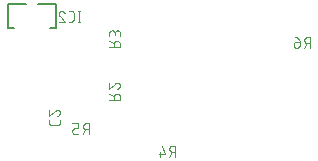
<source format=gbr>
G04 EAGLE Gerber X2 export*
%TF.Part,Single*%
%TF.FileFunction,Legend,Bot,1*%
%TF.FilePolarity,Positive*%
%TF.GenerationSoftware,Autodesk,EAGLE,8.6.1*%
%TF.CreationDate,2018-02-17T14:01:13Z*%
G75*
%MOMM*%
%FSLAX34Y34*%
%LPD*%
%AMOC8*
5,1,8,0,0,1.08239X$1,22.5*%
G01*
%ADD10C,0.076200*%
%ADD11C,0.127000*%


D10*
X65231Y83502D02*
X65231Y81449D01*
X65233Y81359D01*
X65239Y81270D01*
X65249Y81181D01*
X65262Y81093D01*
X65280Y81005D01*
X65301Y80918D01*
X65326Y80832D01*
X65355Y80747D01*
X65387Y80663D01*
X65423Y80581D01*
X65463Y80501D01*
X65506Y80423D01*
X65553Y80346D01*
X65602Y80271D01*
X65655Y80199D01*
X65711Y80129D01*
X65770Y80062D01*
X65832Y79997D01*
X65897Y79935D01*
X65964Y79876D01*
X66034Y79820D01*
X66106Y79767D01*
X66181Y79718D01*
X66258Y79671D01*
X66336Y79628D01*
X66416Y79588D01*
X66498Y79552D01*
X66582Y79520D01*
X66667Y79491D01*
X66753Y79466D01*
X66840Y79445D01*
X66928Y79427D01*
X67016Y79414D01*
X67105Y79404D01*
X67194Y79398D01*
X67284Y79396D01*
X72416Y79396D01*
X72506Y79398D01*
X72595Y79404D01*
X72684Y79414D01*
X72772Y79427D01*
X72860Y79445D01*
X72947Y79466D01*
X73033Y79491D01*
X73118Y79520D01*
X73202Y79552D01*
X73284Y79588D01*
X73364Y79628D01*
X73442Y79671D01*
X73519Y79718D01*
X73594Y79767D01*
X73666Y79820D01*
X73736Y79876D01*
X73803Y79935D01*
X73868Y79997D01*
X73930Y80062D01*
X73989Y80129D01*
X74045Y80199D01*
X74098Y80271D01*
X74147Y80346D01*
X74194Y80422D01*
X74237Y80501D01*
X74277Y80581D01*
X74313Y80663D01*
X74345Y80747D01*
X74374Y80832D01*
X74399Y80918D01*
X74420Y81005D01*
X74438Y81092D01*
X74451Y81181D01*
X74461Y81270D01*
X74467Y81359D01*
X74469Y81449D01*
X74469Y83502D01*
X74469Y89744D02*
X74467Y89839D01*
X74461Y89935D01*
X74451Y90030D01*
X74437Y90124D01*
X74420Y90218D01*
X74398Y90311D01*
X74373Y90403D01*
X74344Y90494D01*
X74311Y90584D01*
X74274Y90672D01*
X74234Y90759D01*
X74191Y90843D01*
X74143Y90926D01*
X74093Y91007D01*
X74039Y91086D01*
X73982Y91163D01*
X73922Y91237D01*
X73859Y91309D01*
X73792Y91377D01*
X73724Y91444D01*
X73652Y91507D01*
X73578Y91567D01*
X73501Y91624D01*
X73422Y91678D01*
X73341Y91728D01*
X73258Y91776D01*
X73174Y91819D01*
X73087Y91859D01*
X72999Y91896D01*
X72909Y91929D01*
X72818Y91958D01*
X72726Y91983D01*
X72633Y92005D01*
X72539Y92022D01*
X72445Y92036D01*
X72350Y92046D01*
X72254Y92052D01*
X72159Y92054D01*
X74469Y89744D02*
X74467Y89637D01*
X74461Y89531D01*
X74452Y89425D01*
X74438Y89319D01*
X74421Y89214D01*
X74400Y89109D01*
X74376Y89006D01*
X74347Y88903D01*
X74315Y88801D01*
X74280Y88701D01*
X74240Y88602D01*
X74197Y88504D01*
X74151Y88408D01*
X74101Y88314D01*
X74048Y88221D01*
X73992Y88131D01*
X73932Y88042D01*
X73870Y87956D01*
X73804Y87872D01*
X73735Y87791D01*
X73664Y87712D01*
X73589Y87635D01*
X73512Y87562D01*
X73432Y87491D01*
X73350Y87423D01*
X73266Y87358D01*
X73179Y87296D01*
X73090Y87238D01*
X72999Y87182D01*
X72906Y87130D01*
X72811Y87081D01*
X72714Y87036D01*
X72616Y86994D01*
X72517Y86956D01*
X72416Y86921D01*
X70362Y91284D02*
X70430Y91352D01*
X70500Y91417D01*
X70572Y91480D01*
X70647Y91540D01*
X70724Y91597D01*
X70803Y91650D01*
X70884Y91701D01*
X70967Y91749D01*
X71051Y91793D01*
X71138Y91834D01*
X71226Y91872D01*
X71315Y91906D01*
X71406Y91937D01*
X71497Y91964D01*
X71590Y91988D01*
X71684Y92008D01*
X71778Y92025D01*
X71873Y92037D01*
X71968Y92047D01*
X72063Y92052D01*
X72159Y92054D01*
X70363Y91284D02*
X65231Y86922D01*
X65231Y92054D01*
X172138Y61769D02*
X172138Y52531D01*
X172138Y61769D02*
X169572Y61769D01*
X169473Y61767D01*
X169373Y61761D01*
X169274Y61752D01*
X169176Y61738D01*
X169078Y61721D01*
X168980Y61700D01*
X168884Y61675D01*
X168789Y61646D01*
X168694Y61614D01*
X168602Y61578D01*
X168510Y61539D01*
X168420Y61496D01*
X168332Y61450D01*
X168246Y61400D01*
X168162Y61347D01*
X168080Y61291D01*
X168000Y61231D01*
X167923Y61169D01*
X167848Y61103D01*
X167775Y61035D01*
X167706Y60964D01*
X167639Y60890D01*
X167575Y60814D01*
X167514Y60735D01*
X167456Y60654D01*
X167401Y60571D01*
X167350Y60486D01*
X167302Y60399D01*
X167257Y60310D01*
X167216Y60219D01*
X167178Y60127D01*
X167144Y60034D01*
X167114Y59939D01*
X167087Y59843D01*
X167064Y59746D01*
X167045Y59649D01*
X167030Y59550D01*
X167018Y59451D01*
X167010Y59352D01*
X167006Y59253D01*
X167006Y59153D01*
X167010Y59054D01*
X167018Y58955D01*
X167030Y58856D01*
X167045Y58757D01*
X167064Y58660D01*
X167087Y58563D01*
X167114Y58467D01*
X167144Y58372D01*
X167178Y58279D01*
X167216Y58187D01*
X167257Y58096D01*
X167302Y58007D01*
X167350Y57920D01*
X167401Y57835D01*
X167456Y57752D01*
X167514Y57671D01*
X167575Y57592D01*
X167639Y57516D01*
X167706Y57442D01*
X167775Y57371D01*
X167848Y57303D01*
X167923Y57237D01*
X168000Y57175D01*
X168080Y57115D01*
X168162Y57059D01*
X168246Y57006D01*
X168332Y56956D01*
X168420Y56910D01*
X168510Y56867D01*
X168602Y56828D01*
X168694Y56792D01*
X168789Y56760D01*
X168884Y56731D01*
X168980Y56706D01*
X169078Y56685D01*
X169176Y56668D01*
X169274Y56654D01*
X169373Y56645D01*
X169473Y56639D01*
X169572Y56637D01*
X172138Y56637D01*
X169058Y56637D02*
X167006Y52531D01*
X163194Y54584D02*
X161142Y61769D01*
X163194Y54584D02*
X158062Y54584D01*
X159602Y56637D02*
X159602Y52531D01*
X99113Y71581D02*
X99113Y80819D01*
X96547Y80819D01*
X96448Y80817D01*
X96348Y80811D01*
X96249Y80802D01*
X96151Y80788D01*
X96053Y80771D01*
X95955Y80750D01*
X95859Y80725D01*
X95764Y80696D01*
X95669Y80664D01*
X95577Y80628D01*
X95485Y80589D01*
X95395Y80546D01*
X95307Y80500D01*
X95221Y80450D01*
X95137Y80397D01*
X95055Y80341D01*
X94975Y80281D01*
X94898Y80219D01*
X94823Y80153D01*
X94750Y80085D01*
X94681Y80014D01*
X94614Y79940D01*
X94550Y79864D01*
X94489Y79785D01*
X94431Y79704D01*
X94376Y79621D01*
X94325Y79536D01*
X94277Y79449D01*
X94232Y79360D01*
X94191Y79269D01*
X94153Y79177D01*
X94119Y79084D01*
X94089Y78989D01*
X94062Y78893D01*
X94039Y78796D01*
X94020Y78699D01*
X94005Y78600D01*
X93993Y78501D01*
X93985Y78402D01*
X93981Y78303D01*
X93981Y78203D01*
X93985Y78104D01*
X93993Y78005D01*
X94005Y77906D01*
X94020Y77807D01*
X94039Y77710D01*
X94062Y77613D01*
X94089Y77517D01*
X94119Y77422D01*
X94153Y77329D01*
X94191Y77237D01*
X94232Y77146D01*
X94277Y77057D01*
X94325Y76970D01*
X94376Y76885D01*
X94431Y76802D01*
X94489Y76721D01*
X94550Y76642D01*
X94614Y76566D01*
X94681Y76492D01*
X94750Y76421D01*
X94823Y76353D01*
X94898Y76287D01*
X94975Y76225D01*
X95055Y76165D01*
X95137Y76109D01*
X95221Y76056D01*
X95307Y76006D01*
X95395Y75960D01*
X95485Y75917D01*
X95577Y75878D01*
X95669Y75842D01*
X95764Y75810D01*
X95859Y75781D01*
X95955Y75756D01*
X96053Y75735D01*
X96151Y75718D01*
X96249Y75704D01*
X96348Y75695D01*
X96448Y75689D01*
X96547Y75687D01*
X99113Y75687D01*
X96033Y75687D02*
X93981Y71581D01*
X90169Y71581D02*
X87090Y71581D01*
X87000Y71583D01*
X86911Y71589D01*
X86822Y71599D01*
X86734Y71612D01*
X86646Y71630D01*
X86559Y71651D01*
X86473Y71676D01*
X86388Y71705D01*
X86304Y71737D01*
X86222Y71773D01*
X86142Y71813D01*
X86064Y71856D01*
X85987Y71903D01*
X85912Y71952D01*
X85840Y72005D01*
X85770Y72061D01*
X85703Y72120D01*
X85638Y72182D01*
X85576Y72247D01*
X85517Y72314D01*
X85461Y72384D01*
X85408Y72456D01*
X85359Y72531D01*
X85312Y72607D01*
X85269Y72686D01*
X85229Y72766D01*
X85193Y72848D01*
X85161Y72932D01*
X85132Y73017D01*
X85107Y73103D01*
X85086Y73190D01*
X85068Y73277D01*
X85055Y73366D01*
X85045Y73455D01*
X85039Y73544D01*
X85037Y73634D01*
X85037Y74660D01*
X85039Y74750D01*
X85045Y74839D01*
X85055Y74928D01*
X85068Y75017D01*
X85086Y75104D01*
X85107Y75191D01*
X85132Y75277D01*
X85161Y75362D01*
X85193Y75446D01*
X85229Y75528D01*
X85269Y75608D01*
X85312Y75687D01*
X85359Y75763D01*
X85408Y75838D01*
X85461Y75910D01*
X85517Y75980D01*
X85576Y76047D01*
X85638Y76112D01*
X85703Y76174D01*
X85770Y76233D01*
X85840Y76289D01*
X85912Y76342D01*
X85987Y76391D01*
X86064Y76438D01*
X86142Y76481D01*
X86222Y76521D01*
X86304Y76557D01*
X86388Y76589D01*
X86473Y76618D01*
X86559Y76643D01*
X86646Y76664D01*
X86734Y76682D01*
X86822Y76695D01*
X86911Y76705D01*
X87000Y76711D01*
X87090Y76713D01*
X90169Y76713D01*
X90169Y80819D01*
X85037Y80819D01*
X286438Y144606D02*
X286438Y153844D01*
X283872Y153844D01*
X283773Y153842D01*
X283673Y153836D01*
X283574Y153827D01*
X283476Y153813D01*
X283378Y153796D01*
X283280Y153775D01*
X283184Y153750D01*
X283089Y153721D01*
X282994Y153689D01*
X282902Y153653D01*
X282810Y153614D01*
X282720Y153571D01*
X282632Y153525D01*
X282546Y153475D01*
X282462Y153422D01*
X282380Y153366D01*
X282300Y153306D01*
X282223Y153244D01*
X282148Y153178D01*
X282075Y153110D01*
X282006Y153039D01*
X281939Y152965D01*
X281875Y152889D01*
X281814Y152810D01*
X281756Y152729D01*
X281701Y152646D01*
X281650Y152561D01*
X281602Y152474D01*
X281557Y152385D01*
X281516Y152294D01*
X281478Y152202D01*
X281444Y152109D01*
X281414Y152014D01*
X281387Y151918D01*
X281364Y151821D01*
X281345Y151724D01*
X281330Y151625D01*
X281318Y151526D01*
X281310Y151427D01*
X281306Y151328D01*
X281306Y151228D01*
X281310Y151129D01*
X281318Y151030D01*
X281330Y150931D01*
X281345Y150832D01*
X281364Y150735D01*
X281387Y150638D01*
X281414Y150542D01*
X281444Y150447D01*
X281478Y150354D01*
X281516Y150262D01*
X281557Y150171D01*
X281602Y150082D01*
X281650Y149995D01*
X281701Y149910D01*
X281756Y149827D01*
X281814Y149746D01*
X281875Y149667D01*
X281939Y149591D01*
X282006Y149517D01*
X282075Y149446D01*
X282148Y149378D01*
X282223Y149312D01*
X282300Y149250D01*
X282380Y149190D01*
X282462Y149134D01*
X282546Y149081D01*
X282632Y149031D01*
X282720Y148985D01*
X282810Y148942D01*
X282902Y148903D01*
X282994Y148867D01*
X283089Y148835D01*
X283184Y148806D01*
X283280Y148781D01*
X283378Y148760D01*
X283476Y148743D01*
X283574Y148729D01*
X283673Y148720D01*
X283773Y148714D01*
X283872Y148712D01*
X286438Y148712D01*
X283359Y148712D02*
X281306Y144606D01*
X277494Y149738D02*
X274415Y149738D01*
X274325Y149736D01*
X274236Y149730D01*
X274147Y149720D01*
X274059Y149707D01*
X273971Y149689D01*
X273884Y149668D01*
X273798Y149643D01*
X273713Y149614D01*
X273629Y149582D01*
X273547Y149546D01*
X273467Y149506D01*
X273389Y149463D01*
X273312Y149416D01*
X273237Y149367D01*
X273165Y149314D01*
X273095Y149258D01*
X273028Y149199D01*
X272963Y149137D01*
X272901Y149072D01*
X272842Y149005D01*
X272786Y148935D01*
X272733Y148863D01*
X272684Y148788D01*
X272637Y148712D01*
X272594Y148633D01*
X272554Y148553D01*
X272518Y148471D01*
X272486Y148387D01*
X272457Y148302D01*
X272432Y148216D01*
X272411Y148129D01*
X272393Y148042D01*
X272380Y147953D01*
X272370Y147864D01*
X272364Y147775D01*
X272362Y147685D01*
X272362Y147172D01*
X272364Y147073D01*
X272370Y146973D01*
X272379Y146874D01*
X272393Y146776D01*
X272410Y146678D01*
X272431Y146580D01*
X272456Y146484D01*
X272485Y146389D01*
X272517Y146294D01*
X272553Y146202D01*
X272592Y146110D01*
X272635Y146020D01*
X272681Y145932D01*
X272731Y145846D01*
X272784Y145762D01*
X272840Y145680D01*
X272900Y145600D01*
X272962Y145523D01*
X273028Y145448D01*
X273096Y145375D01*
X273167Y145306D01*
X273241Y145239D01*
X273317Y145175D01*
X273396Y145114D01*
X273477Y145056D01*
X273560Y145001D01*
X273645Y144950D01*
X273732Y144902D01*
X273821Y144857D01*
X273912Y144816D01*
X274004Y144778D01*
X274097Y144744D01*
X274192Y144714D01*
X274288Y144687D01*
X274385Y144664D01*
X274482Y144645D01*
X274581Y144630D01*
X274680Y144618D01*
X274779Y144610D01*
X274878Y144606D01*
X274978Y144606D01*
X275077Y144610D01*
X275176Y144618D01*
X275275Y144630D01*
X275374Y144645D01*
X275471Y144664D01*
X275568Y144687D01*
X275664Y144714D01*
X275759Y144744D01*
X275852Y144778D01*
X275944Y144816D01*
X276035Y144857D01*
X276124Y144902D01*
X276211Y144950D01*
X276296Y145001D01*
X276379Y145056D01*
X276460Y145114D01*
X276539Y145175D01*
X276615Y145239D01*
X276689Y145306D01*
X276760Y145375D01*
X276828Y145448D01*
X276894Y145523D01*
X276956Y145600D01*
X277016Y145680D01*
X277072Y145762D01*
X277125Y145846D01*
X277175Y145932D01*
X277221Y146020D01*
X277264Y146110D01*
X277303Y146202D01*
X277339Y146294D01*
X277371Y146389D01*
X277400Y146484D01*
X277425Y146580D01*
X277446Y146678D01*
X277463Y146776D01*
X277477Y146874D01*
X277486Y146973D01*
X277492Y147073D01*
X277494Y147172D01*
X277494Y149738D01*
X277495Y149738D02*
X277493Y149864D01*
X277487Y149991D01*
X277477Y150117D01*
X277464Y150243D01*
X277446Y150368D01*
X277425Y150492D01*
X277400Y150616D01*
X277371Y150740D01*
X277338Y150862D01*
X277302Y150983D01*
X277262Y151103D01*
X277218Y151221D01*
X277170Y151338D01*
X277119Y151454D01*
X277065Y151568D01*
X277006Y151681D01*
X276945Y151791D01*
X276880Y151900D01*
X276812Y152006D01*
X276740Y152110D01*
X276666Y152212D01*
X276588Y152312D01*
X276507Y152409D01*
X276423Y152504D01*
X276337Y152596D01*
X276247Y152686D01*
X276155Y152772D01*
X276060Y152856D01*
X275963Y152937D01*
X275863Y153015D01*
X275761Y153089D01*
X275657Y153161D01*
X275551Y153229D01*
X275442Y153294D01*
X275332Y153355D01*
X275219Y153414D01*
X275105Y153468D01*
X274989Y153519D01*
X274872Y153567D01*
X274754Y153611D01*
X274634Y153651D01*
X274513Y153687D01*
X274391Y153720D01*
X274267Y153749D01*
X274143Y153774D01*
X274019Y153795D01*
X273894Y153813D01*
X273768Y153826D01*
X273642Y153836D01*
X273515Y153842D01*
X273389Y153844D01*
X125269Y100912D02*
X116031Y100912D01*
X125269Y100912D02*
X125269Y103478D01*
X125267Y103577D01*
X125261Y103677D01*
X125252Y103776D01*
X125238Y103874D01*
X125221Y103972D01*
X125200Y104070D01*
X125175Y104166D01*
X125146Y104261D01*
X125114Y104356D01*
X125078Y104448D01*
X125039Y104540D01*
X124996Y104630D01*
X124950Y104718D01*
X124900Y104804D01*
X124847Y104888D01*
X124791Y104970D01*
X124731Y105050D01*
X124669Y105127D01*
X124603Y105202D01*
X124535Y105275D01*
X124464Y105344D01*
X124390Y105411D01*
X124314Y105475D01*
X124235Y105536D01*
X124154Y105594D01*
X124071Y105649D01*
X123986Y105700D01*
X123899Y105748D01*
X123810Y105793D01*
X123719Y105834D01*
X123627Y105872D01*
X123534Y105906D01*
X123439Y105936D01*
X123343Y105963D01*
X123246Y105986D01*
X123149Y106005D01*
X123050Y106020D01*
X122951Y106032D01*
X122852Y106040D01*
X122753Y106044D01*
X122653Y106044D01*
X122554Y106040D01*
X122455Y106032D01*
X122356Y106020D01*
X122257Y106005D01*
X122160Y105986D01*
X122063Y105963D01*
X121967Y105936D01*
X121872Y105906D01*
X121779Y105872D01*
X121687Y105834D01*
X121596Y105793D01*
X121507Y105748D01*
X121420Y105700D01*
X121335Y105649D01*
X121252Y105594D01*
X121171Y105536D01*
X121092Y105475D01*
X121016Y105411D01*
X120942Y105344D01*
X120871Y105275D01*
X120803Y105202D01*
X120737Y105127D01*
X120675Y105050D01*
X120615Y104970D01*
X120559Y104888D01*
X120506Y104804D01*
X120456Y104718D01*
X120410Y104630D01*
X120367Y104540D01*
X120328Y104448D01*
X120292Y104356D01*
X120260Y104261D01*
X120231Y104166D01*
X120206Y104070D01*
X120185Y103972D01*
X120168Y103874D01*
X120154Y103776D01*
X120145Y103677D01*
X120139Y103577D01*
X120137Y103478D01*
X120137Y100912D01*
X120137Y103992D02*
X116031Y106044D01*
X122959Y114988D02*
X123054Y114986D01*
X123150Y114980D01*
X123245Y114970D01*
X123339Y114956D01*
X123433Y114939D01*
X123526Y114917D01*
X123618Y114892D01*
X123709Y114863D01*
X123799Y114830D01*
X123887Y114793D01*
X123974Y114753D01*
X124058Y114710D01*
X124141Y114662D01*
X124222Y114612D01*
X124301Y114558D01*
X124378Y114501D01*
X124452Y114441D01*
X124524Y114378D01*
X124592Y114311D01*
X124659Y114243D01*
X124722Y114171D01*
X124782Y114097D01*
X124839Y114020D01*
X124893Y113941D01*
X124943Y113860D01*
X124991Y113777D01*
X125034Y113693D01*
X125074Y113606D01*
X125111Y113518D01*
X125144Y113428D01*
X125173Y113337D01*
X125198Y113245D01*
X125220Y113152D01*
X125237Y113058D01*
X125251Y112964D01*
X125261Y112869D01*
X125267Y112773D01*
X125269Y112678D01*
X125267Y112571D01*
X125261Y112465D01*
X125252Y112359D01*
X125238Y112253D01*
X125221Y112148D01*
X125200Y112043D01*
X125176Y111940D01*
X125147Y111837D01*
X125115Y111735D01*
X125080Y111635D01*
X125040Y111536D01*
X124997Y111438D01*
X124951Y111342D01*
X124901Y111248D01*
X124848Y111155D01*
X124792Y111065D01*
X124732Y110976D01*
X124670Y110890D01*
X124604Y110806D01*
X124535Y110725D01*
X124464Y110646D01*
X124389Y110569D01*
X124312Y110496D01*
X124232Y110425D01*
X124150Y110357D01*
X124066Y110292D01*
X123979Y110230D01*
X123890Y110172D01*
X123799Y110116D01*
X123706Y110064D01*
X123611Y110015D01*
X123514Y109970D01*
X123416Y109928D01*
X123317Y109890D01*
X123216Y109855D01*
X121162Y114218D02*
X121230Y114286D01*
X121300Y114351D01*
X121372Y114414D01*
X121447Y114474D01*
X121524Y114531D01*
X121603Y114584D01*
X121684Y114635D01*
X121767Y114683D01*
X121851Y114727D01*
X121938Y114768D01*
X122026Y114806D01*
X122115Y114840D01*
X122206Y114871D01*
X122297Y114898D01*
X122390Y114922D01*
X122484Y114942D01*
X122578Y114959D01*
X122673Y114971D01*
X122768Y114981D01*
X122863Y114986D01*
X122959Y114988D01*
X121163Y114218D02*
X116031Y109856D01*
X116031Y114988D01*
X116031Y145362D02*
X125269Y145362D01*
X125269Y147928D01*
X125267Y148027D01*
X125261Y148127D01*
X125252Y148226D01*
X125238Y148324D01*
X125221Y148422D01*
X125200Y148520D01*
X125175Y148616D01*
X125146Y148711D01*
X125114Y148806D01*
X125078Y148898D01*
X125039Y148990D01*
X124996Y149080D01*
X124950Y149168D01*
X124900Y149254D01*
X124847Y149338D01*
X124791Y149420D01*
X124731Y149500D01*
X124669Y149577D01*
X124603Y149652D01*
X124535Y149725D01*
X124464Y149794D01*
X124390Y149861D01*
X124314Y149925D01*
X124235Y149986D01*
X124154Y150044D01*
X124071Y150099D01*
X123986Y150150D01*
X123899Y150198D01*
X123810Y150243D01*
X123719Y150284D01*
X123627Y150322D01*
X123534Y150356D01*
X123439Y150386D01*
X123343Y150413D01*
X123246Y150436D01*
X123149Y150455D01*
X123050Y150470D01*
X122951Y150482D01*
X122852Y150490D01*
X122753Y150494D01*
X122653Y150494D01*
X122554Y150490D01*
X122455Y150482D01*
X122356Y150470D01*
X122257Y150455D01*
X122160Y150436D01*
X122063Y150413D01*
X121967Y150386D01*
X121872Y150356D01*
X121779Y150322D01*
X121687Y150284D01*
X121596Y150243D01*
X121507Y150198D01*
X121420Y150150D01*
X121335Y150099D01*
X121252Y150044D01*
X121171Y149986D01*
X121092Y149925D01*
X121016Y149861D01*
X120942Y149794D01*
X120871Y149725D01*
X120803Y149652D01*
X120737Y149577D01*
X120675Y149500D01*
X120615Y149420D01*
X120559Y149338D01*
X120506Y149254D01*
X120456Y149168D01*
X120410Y149080D01*
X120367Y148990D01*
X120328Y148898D01*
X120292Y148806D01*
X120260Y148711D01*
X120231Y148616D01*
X120206Y148520D01*
X120185Y148422D01*
X120168Y148324D01*
X120154Y148226D01*
X120145Y148127D01*
X120139Y148027D01*
X120137Y147928D01*
X120137Y145362D01*
X120137Y148442D02*
X116031Y150494D01*
X116031Y154306D02*
X116031Y156872D01*
X116033Y156971D01*
X116039Y157071D01*
X116048Y157170D01*
X116062Y157268D01*
X116079Y157366D01*
X116100Y157464D01*
X116125Y157560D01*
X116154Y157655D01*
X116186Y157750D01*
X116222Y157842D01*
X116261Y157934D01*
X116304Y158024D01*
X116350Y158112D01*
X116400Y158198D01*
X116453Y158282D01*
X116509Y158364D01*
X116569Y158444D01*
X116631Y158521D01*
X116697Y158596D01*
X116765Y158669D01*
X116836Y158738D01*
X116910Y158805D01*
X116986Y158869D01*
X117065Y158930D01*
X117146Y158988D01*
X117229Y159043D01*
X117314Y159094D01*
X117401Y159142D01*
X117490Y159187D01*
X117581Y159228D01*
X117673Y159266D01*
X117766Y159300D01*
X117861Y159330D01*
X117957Y159357D01*
X118054Y159380D01*
X118151Y159399D01*
X118250Y159414D01*
X118349Y159426D01*
X118448Y159434D01*
X118547Y159438D01*
X118647Y159438D01*
X118746Y159434D01*
X118845Y159426D01*
X118944Y159414D01*
X119043Y159399D01*
X119140Y159380D01*
X119237Y159357D01*
X119333Y159330D01*
X119428Y159300D01*
X119521Y159266D01*
X119613Y159228D01*
X119704Y159187D01*
X119793Y159142D01*
X119880Y159094D01*
X119965Y159043D01*
X120048Y158988D01*
X120129Y158930D01*
X120208Y158869D01*
X120284Y158805D01*
X120358Y158738D01*
X120429Y158669D01*
X120497Y158596D01*
X120563Y158521D01*
X120625Y158444D01*
X120685Y158364D01*
X120741Y158282D01*
X120794Y158198D01*
X120844Y158112D01*
X120890Y158024D01*
X120933Y157934D01*
X120972Y157842D01*
X121008Y157750D01*
X121040Y157655D01*
X121069Y157560D01*
X121094Y157464D01*
X121115Y157366D01*
X121132Y157268D01*
X121146Y157170D01*
X121155Y157071D01*
X121161Y156971D01*
X121163Y156872D01*
X125269Y157385D02*
X125269Y154306D01*
X125269Y157385D02*
X125267Y157475D01*
X125261Y157564D01*
X125251Y157653D01*
X125238Y157741D01*
X125220Y157829D01*
X125199Y157916D01*
X125174Y158002D01*
X125145Y158087D01*
X125113Y158171D01*
X125077Y158253D01*
X125037Y158333D01*
X124994Y158412D01*
X124947Y158488D01*
X124898Y158563D01*
X124845Y158635D01*
X124789Y158705D01*
X124730Y158772D01*
X124668Y158837D01*
X124603Y158899D01*
X124536Y158958D01*
X124466Y159014D01*
X124394Y159067D01*
X124319Y159116D01*
X124243Y159163D01*
X124164Y159206D01*
X124084Y159246D01*
X124002Y159282D01*
X123918Y159314D01*
X123833Y159343D01*
X123747Y159368D01*
X123660Y159389D01*
X123572Y159407D01*
X123484Y159420D01*
X123395Y159430D01*
X123306Y159436D01*
X123216Y159438D01*
X123126Y159436D01*
X123037Y159430D01*
X122948Y159420D01*
X122860Y159407D01*
X122772Y159389D01*
X122685Y159368D01*
X122599Y159343D01*
X122514Y159314D01*
X122430Y159282D01*
X122348Y159246D01*
X122268Y159206D01*
X122190Y159163D01*
X122113Y159116D01*
X122038Y159067D01*
X121966Y159014D01*
X121896Y158958D01*
X121829Y158899D01*
X121764Y158837D01*
X121702Y158772D01*
X121643Y158705D01*
X121587Y158635D01*
X121534Y158563D01*
X121485Y158488D01*
X121438Y158412D01*
X121395Y158333D01*
X121355Y158253D01*
X121319Y158171D01*
X121287Y158087D01*
X121258Y158002D01*
X121233Y157916D01*
X121212Y157829D01*
X121194Y157741D01*
X121181Y157653D01*
X121171Y157564D01*
X121165Y157475D01*
X121163Y157385D01*
X121163Y155332D01*
D11*
X35800Y161450D02*
X30800Y161450D01*
X30800Y181450D01*
X45800Y181450D01*
X55800Y181450D02*
X70800Y181450D01*
X70800Y161450D01*
X65800Y161450D01*
D10*
X90670Y166831D02*
X90670Y176069D01*
X91696Y166831D02*
X89643Y166831D01*
X89643Y176069D02*
X91696Y176069D01*
X84009Y166831D02*
X81956Y166831D01*
X84009Y166831D02*
X84099Y166833D01*
X84188Y166839D01*
X84277Y166849D01*
X84365Y166862D01*
X84453Y166880D01*
X84540Y166901D01*
X84626Y166926D01*
X84711Y166955D01*
X84795Y166987D01*
X84877Y167023D01*
X84957Y167063D01*
X85036Y167106D01*
X85112Y167153D01*
X85187Y167202D01*
X85259Y167255D01*
X85329Y167311D01*
X85396Y167370D01*
X85461Y167432D01*
X85523Y167497D01*
X85582Y167564D01*
X85638Y167634D01*
X85691Y167706D01*
X85740Y167781D01*
X85787Y167858D01*
X85830Y167936D01*
X85870Y168016D01*
X85906Y168098D01*
X85938Y168182D01*
X85967Y168267D01*
X85992Y168353D01*
X86013Y168440D01*
X86031Y168528D01*
X86044Y168616D01*
X86054Y168705D01*
X86060Y168794D01*
X86062Y168884D01*
X86061Y168884D02*
X86061Y174016D01*
X86062Y174016D02*
X86060Y174106D01*
X86054Y174195D01*
X86044Y174284D01*
X86031Y174372D01*
X86013Y174460D01*
X85992Y174547D01*
X85967Y174633D01*
X85938Y174718D01*
X85906Y174802D01*
X85870Y174884D01*
X85830Y174964D01*
X85787Y175043D01*
X85740Y175119D01*
X85691Y175194D01*
X85638Y175266D01*
X85582Y175336D01*
X85523Y175403D01*
X85461Y175468D01*
X85396Y175530D01*
X85329Y175589D01*
X85259Y175645D01*
X85187Y175698D01*
X85112Y175747D01*
X85036Y175794D01*
X84957Y175837D01*
X84877Y175877D01*
X84795Y175913D01*
X84711Y175945D01*
X84626Y175974D01*
X84540Y175999D01*
X84453Y176020D01*
X84365Y176038D01*
X84277Y176051D01*
X84188Y176061D01*
X84099Y176067D01*
X84009Y176069D01*
X81956Y176069D01*
X75713Y176069D02*
X75618Y176067D01*
X75522Y176061D01*
X75427Y176051D01*
X75333Y176037D01*
X75239Y176020D01*
X75146Y175998D01*
X75054Y175973D01*
X74963Y175944D01*
X74873Y175911D01*
X74785Y175874D01*
X74698Y175834D01*
X74614Y175791D01*
X74531Y175743D01*
X74450Y175693D01*
X74371Y175639D01*
X74294Y175582D01*
X74220Y175522D01*
X74148Y175459D01*
X74080Y175392D01*
X74013Y175324D01*
X73950Y175252D01*
X73890Y175178D01*
X73833Y175101D01*
X73779Y175022D01*
X73729Y174941D01*
X73681Y174858D01*
X73638Y174774D01*
X73598Y174687D01*
X73561Y174599D01*
X73528Y174509D01*
X73499Y174418D01*
X73474Y174326D01*
X73452Y174233D01*
X73435Y174139D01*
X73421Y174045D01*
X73411Y173950D01*
X73405Y173854D01*
X73403Y173759D01*
X75713Y176069D02*
X75820Y176067D01*
X75926Y176061D01*
X76032Y176052D01*
X76138Y176038D01*
X76243Y176021D01*
X76348Y176000D01*
X76451Y175976D01*
X76554Y175947D01*
X76656Y175915D01*
X76756Y175880D01*
X76855Y175840D01*
X76953Y175797D01*
X77049Y175751D01*
X77143Y175701D01*
X77236Y175648D01*
X77326Y175592D01*
X77415Y175532D01*
X77501Y175470D01*
X77585Y175404D01*
X77666Y175335D01*
X77745Y175264D01*
X77822Y175189D01*
X77895Y175112D01*
X77966Y175032D01*
X78034Y174950D01*
X78099Y174866D01*
X78161Y174779D01*
X78219Y174690D01*
X78275Y174599D01*
X78327Y174506D01*
X78376Y174411D01*
X78421Y174314D01*
X78463Y174216D01*
X78501Y174117D01*
X78536Y174016D01*
X74174Y171963D02*
X74106Y172030D01*
X74040Y172100D01*
X73978Y172173D01*
X73918Y172247D01*
X73861Y172324D01*
X73807Y172403D01*
X73757Y172484D01*
X73709Y172567D01*
X73665Y172652D01*
X73624Y172738D01*
X73586Y172826D01*
X73552Y172915D01*
X73521Y173006D01*
X73494Y173098D01*
X73470Y173190D01*
X73450Y173284D01*
X73433Y173378D01*
X73421Y173473D01*
X73411Y173568D01*
X73406Y173663D01*
X73404Y173759D01*
X74174Y171963D02*
X78536Y166831D01*
X73404Y166831D01*
M02*

</source>
